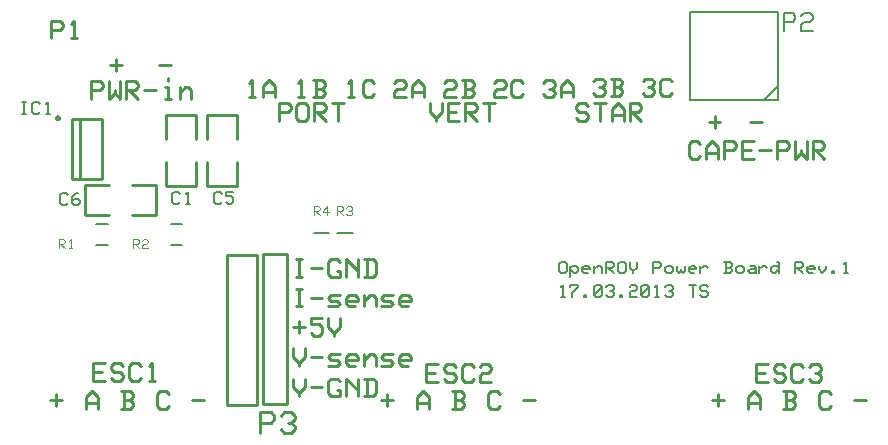
<source format=gto>
G04 Generated by CADint PCB *
%FSLAX44Y44*%
%MOMM*%
%IPPOS*%
%ADD14C,0.112500*%
%ADD15C,0.150000*%
%ADD11C,0.152400*%
%ADD12C,0.200000*%
%ADD16C,0.225000*%
%ADD10C,0.250000*%
%ADD13C,0.254000*%
%ADD17C,0.262500*%
%LNSilkScreen_Top*%
%LPD*%
D10*
X205000Y45000D02*
X179600D01*
Y172000D01*
X205000D01*
Y45000D01*
D16*
X30000Y355000D02*
Y370000D01*
X37500D01*
X40000Y367500D01*
Y365000D01*
X37500Y362500D01*
X30000D01*
X47500Y355000D02*
X52500D01*
X50000D02*
Y370000D01*
X47500Y367500D01*
D12*
X265500Y190000D02*
X252500D01*
D14*
X252750Y205250D02*
Y212750D01*
X256500D01*
X257750Y211500D01*
Y210250D01*
X256500Y209000D01*
X252750D01*
X254000D02*
X257750Y205250D01*
X265250Y207750D02*
X260250D01*
Y209000D01*
X264000Y212750D01*
Y205250D01*
D12*
X285500Y190000D02*
X272500D01*
D14*
X272750Y205250D02*
Y212750D01*
X276500D01*
X277750Y211500D01*
Y210250D01*
X276500Y209000D01*
X272750D01*
X274000D02*
X277750Y205250D01*
X280250Y211500D02*
X281500Y212750D01*
X284000D01*
X285250Y211500D01*
Y210250D01*
X284000Y209000D01*
X282750D01*
X284000D02*
X285250Y207750D01*
Y206500D01*
X284000Y205250D01*
X281500D01*
X280250Y206500D01*
D15*
X461667Y136000D02*
X465000D01*
X463334D02*
Y146000D01*
X461667Y144333D01*
X471667Y136000D02*
Y139333D01*
X476668Y144333D01*
Y146000D01*
X470001D01*
Y144333D01*
X481668Y136000D02*
Y137667D01*
X483335D01*
Y136000D01*
X481668D01*
X490002Y137667D02*
Y144333D01*
X491668Y146000D01*
X495002D01*
X496669Y144333D01*
Y137667D01*
X495002Y136000D01*
X491668D01*
X490002Y137667D01*
X496669Y144333D01*
X500002D02*
X501669Y146000D01*
X505002D01*
X506669Y144333D01*
Y142667D01*
X505002Y141000D01*
X503336D01*
X505002D02*
X506669Y139333D01*
Y137667D01*
X505002Y136000D01*
X501669D01*
X500002Y137667D01*
X511669Y136000D02*
Y137667D01*
X513336D01*
Y136000D01*
X511669D01*
X520003Y144333D02*
X521670Y146000D01*
X525003D01*
X526670Y144333D01*
Y142667D01*
X525003Y141000D01*
X521670D01*
X520003Y139333D01*
Y136000D01*
X526670D01*
X530004Y137667D02*
Y144333D01*
X531670Y146000D01*
X535004D01*
X536671Y144333D01*
Y137667D01*
X535004Y136000D01*
X531670D01*
X530004Y137667D01*
X536671Y144333D01*
X541671Y136000D02*
X545004D01*
X543338D02*
Y146000D01*
X541671Y144333D01*
X550005D02*
X551671Y146000D01*
X555005D01*
X556672Y144333D01*
Y142667D01*
X555005Y141000D01*
X553338D01*
X555005D02*
X556672Y139333D01*
Y137667D01*
X555005Y136000D01*
X551671D01*
X550005Y137667D01*
X573339Y136000D02*
Y146000D01*
X570006D02*
X576673D01*
X580006Y137667D02*
X581673Y136000D01*
X585006D01*
X586673Y137667D01*
Y139333D01*
X585006Y141000D01*
X581673D01*
X580006Y142667D01*
Y144333D01*
X581673Y146000D01*
X585006D01*
X586673Y144333D01*
X460000Y157667D02*
Y164333D01*
X461667Y166000D01*
X465000D01*
X466667Y164333D01*
Y157667D01*
X465000Y156000D01*
X461667D01*
X460000Y157667D01*
X470001Y152667D02*
Y162667D01*
Y161000D02*
X471667Y162667D01*
X475001D01*
X476668Y161000D01*
Y157667D01*
X475001Y156000D01*
X473334D01*
X470001Y159333D01*
X480001D02*
X486668D01*
Y161000D01*
X485001Y162667D01*
X481668D01*
X480001Y161000D01*
Y157667D01*
X481668Y156000D01*
X485001D01*
X490002D02*
Y162667D01*
Y159333D02*
X493335Y162667D01*
X495002D01*
X496669Y161000D01*
Y156000D01*
X500002D02*
Y166000D01*
X505002D01*
X506669Y164333D01*
Y162667D01*
X505002Y161000D01*
X500002D01*
X501669D02*
X506669Y156000D01*
X510003Y157667D02*
Y164333D01*
X511669Y166000D01*
X515003D01*
X516670Y164333D01*
Y157667D01*
X515003Y156000D01*
X511669D01*
X510003Y157667D01*
X520003Y166000D02*
Y161000D01*
X523337Y157667D01*
Y156000D01*
Y157667D02*
X526670Y161000D01*
Y166000D01*
X540004Y156000D02*
Y166000D01*
X545004D01*
X546671Y164333D01*
Y162667D01*
X545004Y161000D01*
X540004D01*
X550005Y157667D02*
Y161000D01*
X551671Y162667D01*
X555005D01*
X556672Y161000D01*
Y157667D01*
X555005Y156000D01*
X551671D01*
X550005Y157667D01*
X560005Y162667D02*
Y157667D01*
X561672Y156000D01*
X563339Y157667D01*
Y159333D01*
Y157667D02*
X565005Y156000D01*
X566672Y157667D01*
Y162667D01*
X570006Y159333D02*
X576673D01*
Y161000D01*
X575006Y162667D01*
X571672D01*
X570006Y161000D01*
Y157667D01*
X571672Y156000D01*
X575006D01*
X580006D02*
Y162667D01*
Y159333D02*
X583340Y162667D01*
X585006D01*
X586673Y161000D01*
X600007Y156000D02*
X605007D01*
X606674Y157667D01*
Y159333D01*
X605007Y161000D01*
X601674D01*
X605007D02*
X606674Y162667D01*
Y164333D01*
X605007Y166000D01*
X600007D01*
X601674D02*
Y156000D01*
X610008Y157667D02*
Y161000D01*
X611674Y162667D01*
X615008D01*
X616675Y161000D01*
Y157667D01*
X615008Y156000D01*
X611674D01*
X610008Y157667D01*
X621675Y162667D02*
X625008D01*
X626675Y161000D01*
Y156000D01*
Y157667D02*
X625008Y156000D01*
X621675D01*
X620008Y157667D01*
X621675Y159333D01*
X626675D01*
X630009Y156000D02*
Y162667D01*
Y159333D02*
X633342Y162667D01*
X635009D01*
X636676Y161000D01*
X646676Y159333D02*
X643343Y156000D01*
X641676D01*
X640009Y157667D01*
Y161000D01*
X641676Y162667D01*
X645009D01*
X646676Y161000D01*
X645009Y166000D02*
X646676D01*
Y156000D01*
X660010D02*
Y166000D01*
X665010D01*
X666677Y164333D01*
Y162667D01*
X665010Y161000D01*
X660010D01*
X661677D02*
X666677Y156000D01*
X670011Y159333D02*
X676678D01*
Y161000D01*
X675011Y162667D01*
X671677D01*
X670011Y161000D01*
Y157667D01*
X671677Y156000D01*
X675011D01*
X680011Y162667D02*
Y159333D01*
X683345Y156000D01*
X686678Y159333D01*
Y162667D01*
X691678Y156000D02*
Y157667D01*
X693345D01*
Y156000D01*
X691678D01*
X701679D02*
X705012D01*
X703346D02*
Y166000D01*
X701679Y164333D01*
D16*
X580000Y255500D02*
X577500Y253000D01*
X572500D01*
X570000Y255500D01*
Y265500D01*
X572500Y268000D01*
X577500D01*
X580000Y265500D01*
X585000Y253000D02*
Y263000D01*
X590000Y268000D01*
X595000Y263000D01*
Y253000D01*
Y258000D02*
X585000D01*
X600000Y253000D02*
Y268000D01*
X607500D01*
X610000Y265500D01*
Y263000D01*
X607500Y260500D01*
X600000D01*
X625000Y253000D02*
X615000D01*
Y268000D01*
X625000D01*
X615000Y260500D02*
X622500D01*
X630000D02*
X640000D01*
X645000Y253000D02*
Y268000D01*
X652500D01*
X655000Y265500D01*
Y263000D01*
X652500Y260500D01*
X645000D01*
X660000Y268000D02*
Y253000D01*
X665000Y258000D01*
Y260500D01*
Y258000D02*
X670000Y253000D01*
Y268000D01*
X675000Y253000D02*
Y268000D01*
X682500D01*
X685000Y265500D01*
Y263000D01*
X682500Y260500D01*
X675000D01*
X677500D02*
X685000Y253000D01*
X622000Y284500D02*
X632000D01*
X587000D02*
X597000D01*
X592000Y289500D02*
Y279500D01*
X235000Y67000D02*
Y59500D01*
X240000Y54500D01*
Y52000D01*
Y54500D02*
X245000Y59500D01*
Y67000D01*
X250000Y59500D02*
X260000D01*
X275000Y64500D02*
X272500Y67000D01*
X267500D01*
X265000Y64500D01*
Y54500D01*
X267500Y52000D01*
X275000D01*
Y57000D01*
X272500D01*
X280000Y52000D02*
Y67000D01*
X290000Y57000D01*
Y67000D02*
Y52000D01*
X295000D02*
X302500D01*
X305000Y54500D01*
Y64500D01*
X302500Y67000D01*
X295000D01*
X297500D02*
Y52000D01*
X235000Y93000D02*
Y85500D01*
X240000Y80500D01*
Y78000D01*
Y80500D02*
X245000Y85500D01*
Y93000D01*
X250000Y85500D02*
X260000D01*
X265000Y78000D02*
X272500D01*
X275000Y80500D01*
X272500Y83000D01*
X267500D01*
X265000Y85500D01*
X267500Y88000D01*
X275000D01*
X280000Y83000D02*
X290000D01*
Y85500D01*
X287500Y88000D01*
X282500D01*
X280000Y85500D01*
Y80500D01*
X282500Y78000D01*
X287500D01*
X295000D02*
Y88000D01*
Y83000D02*
X300000Y88000D01*
X302500D01*
X305000Y85500D01*
Y78000D01*
X310000D02*
X317500D01*
X320000Y80500D01*
X317500Y83000D01*
X312500D01*
X310000Y85500D01*
X312500Y88000D01*
X320000D01*
X325000Y83000D02*
X335000D01*
Y85500D01*
X332500Y88000D01*
X327500D01*
X325000Y85500D01*
Y80500D01*
X327500Y78000D01*
X332500D01*
X235000Y110500D02*
X245000D01*
X240000Y115500D02*
Y105500D01*
X250000D02*
X252500Y103000D01*
X257500D01*
X260000Y105500D01*
Y110500D01*
X257500Y113000D01*
X250000D01*
Y118000D01*
X260000D01*
X265000D02*
Y110500D01*
X270000Y105500D01*
Y103000D01*
Y105500D02*
X275000Y110500D01*
Y118000D01*
X237500Y128000D02*
X242500D01*
X240000D02*
Y143000D01*
X237500D02*
X242500D01*
X250000Y135500D02*
X260000D01*
X265000Y128000D02*
X272500D01*
X275000Y130500D01*
X272500Y133000D01*
X267500D01*
X265000Y135500D01*
X267500Y138000D01*
X275000D01*
X280000Y133000D02*
X290000D01*
Y135500D01*
X287500Y138000D01*
X282500D01*
X280000Y135500D01*
Y130500D01*
X282500Y128000D01*
X287500D01*
X295000D02*
Y138000D01*
Y133000D02*
X300000Y138000D01*
X302500D01*
X305000Y135500D01*
Y128000D01*
X310000D02*
X317500D01*
X320000Y130500D01*
X317500Y133000D01*
X312500D01*
X310000Y135500D01*
X312500Y138000D01*
X320000D01*
X325000Y133000D02*
X335000D01*
Y135500D01*
X332500Y138000D01*
X327500D01*
X325000Y135500D01*
Y130500D01*
X327500Y128000D01*
X332500D01*
X237500Y153000D02*
X242500D01*
X240000D02*
Y168000D01*
X237500D02*
X242500D01*
X250000Y160500D02*
X260000D01*
X275000Y165500D02*
X272500Y168000D01*
X267500D01*
X265000Y165500D01*
Y155500D01*
X267500Y153000D01*
X275000D01*
Y158000D01*
X272500D01*
X280000Y153000D02*
Y168000D01*
X290000Y158000D01*
Y168000D02*
Y153000D01*
X295000D02*
X302500D01*
X305000Y155500D01*
Y165500D01*
X302500Y168000D01*
X295000D01*
X297500D02*
Y153000D01*
D12*
X68500Y198000D02*
X78500D01*
Y180000D02*
X68500D01*
D14*
X36750Y177250D02*
Y184750D01*
X40500D01*
X41750Y183500D01*
Y182250D01*
X40500Y181000D01*
X36750D01*
X38000D02*
X41750Y177250D01*
X45500D02*
X48000D01*
X46750D02*
Y184750D01*
X45500Y183500D01*
D12*
X131500Y198000D02*
X141500D01*
Y180000D02*
X131500D01*
D14*
X99750Y177250D02*
Y184750D01*
X103500D01*
X104750Y183500D01*
Y182250D01*
X103500Y181000D01*
X99750D01*
X101000D02*
X104750Y177250D01*
X107250Y183500D02*
X108500Y184750D01*
X111000D01*
X112250Y183500D01*
Y182250D01*
X111000Y181000D01*
X108500D01*
X107250Y179750D01*
Y177250D01*
X112250D01*
D13*
X98670Y230700D02*
X119117D01*
X59173Y205300D02*
X79620D01*
X119117Y230700D02*
Y205300D01*
X59173Y230700D02*
Y205300D01*
X119117D02*
X98670D01*
X79620Y230700D02*
X59173D01*
D15*
X44666Y215667D02*
X43000Y214000D01*
X39667D01*
X38000Y215667D01*
Y222333D01*
X39667Y224000D01*
X43000D01*
X44666Y222333D01*
X47999Y217333D02*
X49666Y219000D01*
X52999D01*
X54665Y217333D01*
Y215667D01*
X52999Y214000D01*
X49666D01*
X47999Y215667D01*
Y220667D01*
X51332Y224000D01*
X52999D01*
D16*
X590200Y48800D02*
X600200D01*
X595200Y53800D02*
Y43800D01*
X620200Y41300D02*
Y51300D01*
X625200Y56300D01*
X630200Y51300D01*
Y41300D01*
Y46300D02*
X620200D01*
X650200Y41300D02*
X657700D01*
X660200Y43800D01*
Y46300D01*
X657700Y48800D01*
X652700D01*
X657700D02*
X660200Y51300D01*
Y53800D01*
X657700Y56300D01*
X650200D01*
X652700D02*
Y41300D01*
X690200Y43800D02*
X687700Y41300D01*
X682700D01*
X680200Y43800D01*
Y53800D01*
X682700Y56300D01*
X687700D01*
X690200Y53800D01*
X710200Y48800D02*
X720200D01*
X637000Y64000D02*
X627000D01*
Y79000D01*
X637000D01*
X627000Y71500D02*
X634500D01*
X642000Y66500D02*
X644500Y64000D01*
X649500D01*
X652000Y66500D01*
Y69000D01*
X649500Y71500D01*
X644500D01*
X642000Y74000D01*
Y76500D01*
X644500Y79000D01*
X649500D01*
X652000Y76500D01*
X667000Y66500D02*
X664500Y64000D01*
X659500D01*
X657000Y66500D01*
Y76500D01*
X659500Y79000D01*
X664500D01*
X667000Y76500D01*
X672000D02*
X674500Y79000D01*
X679500D01*
X682000Y76500D01*
Y74000D01*
X679500Y71500D01*
X677000D01*
X679500D02*
X682000Y69000D01*
Y66500D01*
X679500Y64000D01*
X674500D01*
X672000Y66500D01*
X309950Y48800D02*
X319950D01*
X314950Y53800D02*
Y43800D01*
X339950Y41300D02*
Y51300D01*
X344950Y56300D01*
X349950Y51300D01*
Y41300D01*
Y46300D02*
X339950D01*
X369950Y41300D02*
X377450D01*
X379950Y43800D01*
Y46300D01*
X377450Y48800D01*
X372450D01*
X377450D02*
X379950Y51300D01*
Y53800D01*
X377450Y56300D01*
X369950D01*
X372450D02*
Y41300D01*
X409950Y43800D02*
X407450Y41300D01*
X402450D01*
X399950Y43800D01*
Y53800D01*
X402450Y56300D01*
X407450D01*
X409950Y53800D01*
X429950Y48800D02*
X439950D01*
X358000Y64000D02*
X348000D01*
Y79000D01*
X358000D01*
X348000Y71500D02*
X355500D01*
X363000Y66500D02*
X365500Y64000D01*
X370500D01*
X373000Y66500D01*
Y69000D01*
X370500Y71500D01*
X365500D01*
X363000Y74000D01*
Y76500D01*
X365500Y79000D01*
X370500D01*
X373000Y76500D01*
X388000Y66500D02*
X385500Y64000D01*
X380500D01*
X378000Y66500D01*
Y76500D01*
X380500Y79000D01*
X385500D01*
X388000Y76500D01*
X393000D02*
X395500Y79000D01*
X400500D01*
X403000Y76500D01*
Y74000D01*
X400500Y71500D01*
X395500D01*
X393000Y69000D01*
Y64000D01*
X403000D01*
X29700Y48800D02*
X39700D01*
X34700Y53800D02*
Y43800D01*
X59700Y41300D02*
Y51300D01*
X64700Y56300D01*
X69700Y51300D01*
Y41300D01*
Y46300D02*
X59700D01*
X89700Y41300D02*
X97200D01*
X99700Y43800D01*
Y46300D01*
X97200Y48800D01*
X92200D01*
X97200D02*
X99700Y51300D01*
Y53800D01*
X97200Y56300D01*
X89700D01*
X92200D02*
Y41300D01*
X129700Y43800D02*
X127200Y41300D01*
X122200D01*
X119700Y43800D01*
Y53800D01*
X122200Y56300D01*
X127200D01*
X129700Y53800D01*
X149700Y48800D02*
X159700D01*
X76000Y65000D02*
X66000D01*
Y80000D01*
X76000D01*
X66000Y72500D02*
X73500D01*
X81000Y67500D02*
X83500Y65000D01*
X88500D01*
X91000Y67500D01*
Y70000D01*
X88500Y72500D01*
X83500D01*
X81000Y75000D01*
Y77500D01*
X83500Y80000D01*
X88500D01*
X91000Y77500D01*
X106000Y67500D02*
X103500Y65000D01*
X98500D01*
X96000Y67500D01*
Y77500D01*
X98500Y80000D01*
X103500D01*
X106000Y77500D01*
X113500Y65000D02*
X118500D01*
X116000D02*
Y80000D01*
X113500Y77500D01*
D10*
X230000Y45200D02*
X209600D01*
Y172200D01*
X230000D01*
Y45200D01*
D17*
X207418Y21000D02*
Y38500D01*
X216168D01*
X219084Y35583D01*
Y32667D01*
X216168Y29750D01*
X207418D01*
X224917Y35583D02*
X227834Y38500D01*
X233667D01*
X236583Y35583D01*
Y32667D01*
X233667Y29750D01*
X230750D01*
X233667D02*
X236583Y26833D01*
Y23917D01*
X233667Y21000D01*
X227834D01*
X224917Y23917D01*
D11*
X633500Y302500D02*
X646000Y315000D01*
X571000Y377500D02*
X646000D01*
X571000Y302500D02*
Y377500D01*
X646000Y302500D02*
X571000D01*
X646000Y377500D02*
Y302500D01*
D15*
X650500Y361500D02*
Y376500D01*
X658000D01*
X660500Y374000D01*
Y371500D01*
X658000Y369000D01*
X650500D01*
X665500Y374000D02*
X668000Y376500D01*
X673000D01*
X675500Y374000D01*
Y371500D01*
X673000Y369000D01*
X668000D01*
X665500Y366500D01*
Y361500D01*
X675500D01*
D16*
X64000Y304000D02*
Y319000D01*
X71500D01*
X74000Y316500D01*
Y314000D01*
X71500Y311500D01*
X64000D01*
X79000Y319000D02*
Y304000D01*
X84000Y309000D01*
Y311500D01*
Y309000D02*
X89000Y304000D01*
Y319000D01*
X94000Y304000D02*
Y319000D01*
X101500D01*
X104000Y316500D01*
Y314000D01*
X101500Y311500D01*
X94000D01*
X96500D02*
X104000Y304000D01*
X109000Y311500D02*
X119000D01*
X126500Y304000D02*
X131500D01*
X129000D02*
Y314000D01*
X126500D01*
X129000Y319000D02*
Y321500D01*
X139000Y304000D02*
Y314000D01*
Y309000D02*
X144000Y314000D01*
X146500D01*
X149000Y311500D01*
Y304000D01*
X80000Y332500D02*
X90000D01*
X85000Y337500D02*
Y327500D01*
X531000Y318500D02*
X533500Y321000D01*
X538500D01*
X541000Y318500D01*
Y316000D01*
X538500Y313500D01*
X536000D01*
X538500D02*
X541000Y311000D01*
Y308500D01*
X538500Y306000D01*
X533500D01*
X531000Y308500D01*
X556000D02*
X553500Y306000D01*
X548500D01*
X546000Y308500D01*
Y318500D01*
X548500Y321000D01*
X553500D01*
X556000Y318500D01*
X489000D02*
X491500Y321000D01*
X496500D01*
X499000Y318500D01*
Y316000D01*
X496500Y313500D01*
X494000D01*
X496500D02*
X499000Y311000D01*
Y308500D01*
X496500Y306000D01*
X491500D01*
X489000Y308500D01*
X504000Y306000D02*
X511500D01*
X514000Y308500D01*
Y311000D01*
X511500Y313500D01*
X506500D01*
X511500D02*
X514000Y316000D01*
Y318500D01*
X511500Y321000D01*
X504000D01*
X506500D02*
Y306000D01*
X475000Y287500D02*
X477500Y285000D01*
X482500D01*
X485000Y287500D01*
Y290000D01*
X482500Y292500D01*
X477500D01*
X475000Y295000D01*
Y297500D01*
X477500Y300000D01*
X482500D01*
X485000Y297500D01*
X495000Y285000D02*
Y300000D01*
X490000D02*
X500000D01*
X505000Y285000D02*
Y295000D01*
X510000Y300000D01*
X515000Y295000D01*
Y285000D01*
Y290000D02*
X505000D01*
X520000Y285000D02*
Y300000D01*
X527500D01*
X530000Y297500D01*
Y295000D01*
X527500Y292500D01*
X520000D01*
X522500D02*
X530000Y285000D01*
X447000Y317500D02*
X449500Y320000D01*
X454500D01*
X457000Y317500D01*
Y315000D01*
X454500Y312500D01*
X452000D01*
X454500D02*
X457000Y310000D01*
Y307500D01*
X454500Y305000D01*
X449500D01*
X447000Y307500D01*
X462000Y305000D02*
Y315000D01*
X467000Y320000D01*
X472000Y315000D01*
Y305000D01*
Y310000D02*
X462000D01*
X405000Y317500D02*
X407500Y320000D01*
X412500D01*
X415000Y317500D01*
Y315000D01*
X412500Y312500D01*
X407500D01*
X405000Y310000D01*
Y305000D01*
X415000D01*
X430000Y307500D02*
X427500Y305000D01*
X422500D01*
X420000Y307500D01*
Y317500D01*
X422500Y320000D01*
X427500D01*
X430000Y317500D01*
X363000D02*
X365500Y320000D01*
X370500D01*
X373000Y317500D01*
Y315000D01*
X370500Y312500D01*
X365500D01*
X363000Y310000D01*
Y305000D01*
X373000D01*
X378000D02*
X385500D01*
X388000Y307500D01*
Y310000D01*
X385500Y312500D01*
X380500D01*
X385500D02*
X388000Y315000D01*
Y317500D01*
X385500Y320000D01*
X378000D01*
X380500D02*
Y305000D01*
X351000Y300000D02*
Y292500D01*
X356000Y287500D01*
Y285000D01*
Y287500D02*
X361000Y292500D01*
Y300000D01*
X376000Y285000D02*
X366000D01*
Y300000D01*
X376000D01*
X366000Y292500D02*
X373500D01*
X381000Y285000D02*
Y300000D01*
X388500D01*
X391000Y297500D01*
Y295000D01*
X388500Y292500D01*
X381000D01*
X383500D02*
X391000Y285000D01*
X401000D02*
Y300000D01*
X396000D02*
X406000D01*
X321000Y317500D02*
X323500Y320000D01*
X328500D01*
X331000Y317500D01*
Y315000D01*
X328500Y312500D01*
X323500D01*
X321000Y310000D01*
Y305000D01*
X331000D01*
X336000D02*
Y315000D01*
X341000Y320000D01*
X346000Y315000D01*
Y305000D01*
Y310000D02*
X336000D01*
X281500Y305000D02*
X286500D01*
X284000D02*
Y320000D01*
X281500Y317500D01*
X304000Y307500D02*
X301500Y305000D01*
X296500D01*
X294000Y307500D01*
Y317500D01*
X296500Y320000D01*
X301500D01*
X304000Y317500D01*
X239500Y305000D02*
X244500D01*
X242000D02*
Y320000D01*
X239500Y317500D01*
X252000Y305000D02*
X259500D01*
X262000Y307500D01*
Y310000D01*
X259500Y312500D01*
X254500D01*
X259500D02*
X262000Y315000D01*
Y317500D01*
X259500Y320000D01*
X252000D01*
X254500D02*
Y305000D01*
X223000Y285000D02*
Y300000D01*
X230500D01*
X233000Y297500D01*
Y295000D01*
X230500Y292500D01*
X223000D01*
X238000Y287500D02*
Y297500D01*
X240500Y300000D01*
X245500D01*
X248000Y297500D01*
Y287500D01*
X245500Y285000D01*
X240500D01*
X238000Y287500D01*
X253000Y285000D02*
Y300000D01*
X260500D01*
X263000Y297500D01*
Y295000D01*
X260500Y292500D01*
X253000D01*
X255500D02*
X263000Y285000D01*
X273000D02*
Y300000D01*
X268000D02*
X278000D01*
X197500Y305000D02*
X202500D01*
X200000D02*
Y320000D01*
X197500Y317500D01*
X210000Y305000D02*
Y315000D01*
X215000Y320000D01*
X220000Y315000D01*
Y305000D01*
Y310000D02*
X210000D01*
X122000Y332500D02*
X132000D01*
D13*
X127300Y269380D02*
Y289827D01*
X152700Y229883D02*
Y250330D01*
X127300Y289827D02*
X152700D01*
X127300Y229883D02*
X152700D01*
Y289827D02*
Y269380D01*
X127300Y250330D02*
Y229883D01*
D15*
X139666Y216667D02*
X138000Y215000D01*
X134667D01*
X133000Y216667D01*
Y223333D01*
X134667Y225000D01*
X138000D01*
X139666Y223333D01*
X144666Y215000D02*
X147999D01*
X146332D02*
Y225000D01*
X144666Y223333D01*
D13*
X162300Y269380D02*
Y289827D01*
X187700Y229883D02*
Y250330D01*
X162300Y289827D02*
X187700D01*
X162300Y229883D02*
X187700D01*
Y289827D02*
Y269380D01*
X162300Y250330D02*
Y229883D01*
D15*
X174666Y216667D02*
X173000Y215000D01*
X169667D01*
X168000Y216667D01*
Y223333D01*
X169667Y225000D01*
X173000D01*
X174666Y223333D01*
X177999Y216667D02*
X179666Y215000D01*
X182999D01*
X184665Y216667D01*
Y220000D01*
X182999Y221667D01*
X177999D01*
Y225000D01*
X184665D01*
D13*
X48208Y286350D02*
Y235550D01*
X48208Y235550D02*
X73608D01*
X54558Y286350D02*
Y235550D01*
X73608D02*
Y286350D01*
D10*
X36778Y287620D02*
X36681Y288106D01*
X36406Y288518D01*
X35994Y288793D01*
X35508Y288890D01*
X35022Y288793D01*
X34610Y288518D01*
X34335Y288106D01*
X34238Y287620D01*
X34335Y287134D01*
X34610Y286722D01*
X35022Y286447D01*
X35508Y286350D01*
X35994Y286447D01*
X36406Y286722D01*
X36681Y287134D01*
X36778Y287620D01*
D13*
X73608Y286350D02*
X48208D01*
D15*
X5667Y291000D02*
X9000D01*
X7333D02*
Y301000D01*
X5667D02*
X9000D01*
X20665Y292667D02*
X18999Y291000D01*
X15666D01*
X13999Y292667D01*
Y299333D01*
X15666Y301000D01*
X18999D01*
X20665Y299333D01*
X25665Y291000D02*
X28998D01*
X27331D02*
Y301000D01*
X25665Y299333D01*
M02*

</source>
